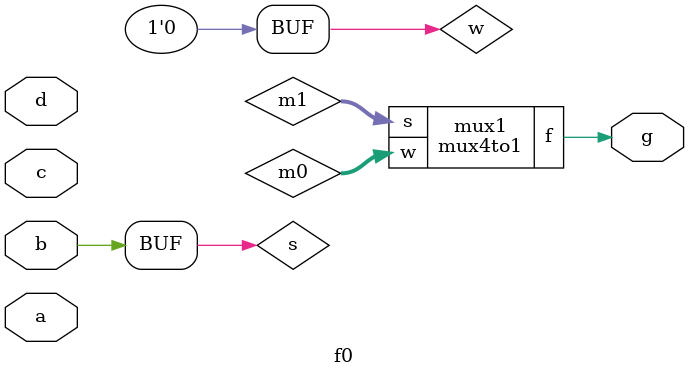
<source format=v>
module mux4to1(w,s,f);
input [0:3]w;
input [1:0]s;
output reg f;
always@(s or w)
begin
if(s==0)
f=w[0];
else if(s==1)
f=w[1];
else if(s==2)
f=w[2];
else
f=w[3];
end
endmodule

module f0(a,b,c,d,g);
input a,b,c,d;
output g;
wire [0:3]m0;
wire [1:0]m1;
assign w = {c,~c&d,d,1'b0};
assign s = {a,b};
mux4to1 mux1(m0[0:3],m1[1:0],g);
endmodule

</source>
